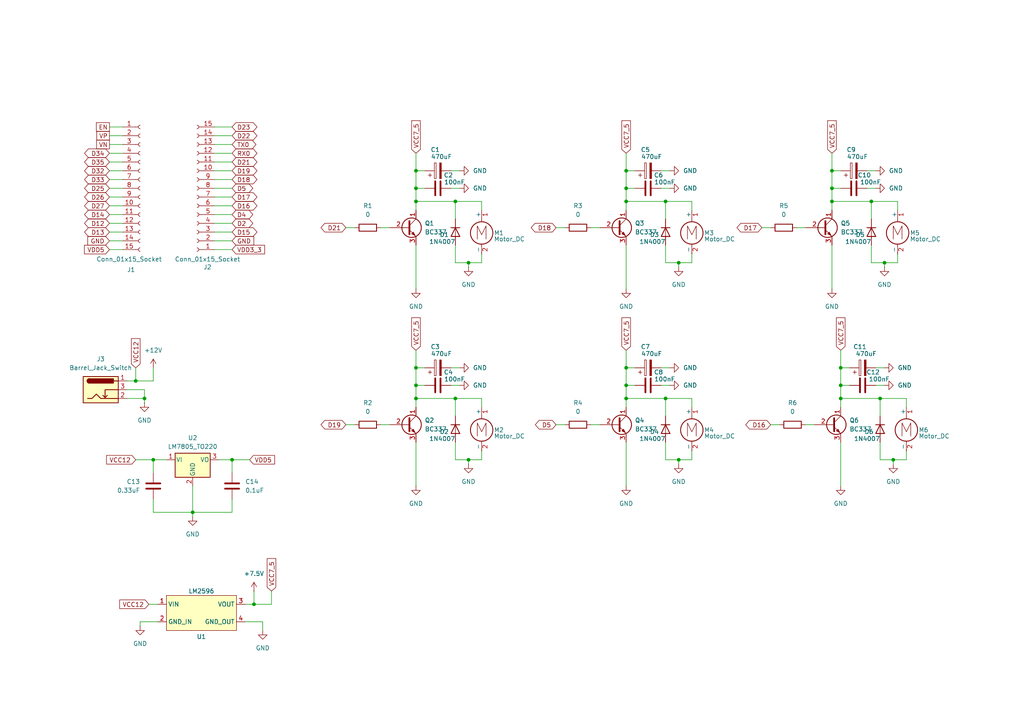
<source format=kicad_sch>
(kicad_sch (version 20231120) (generator "eeschema") (generator_version "8.0")
  (paper "A4")
  (lib_symbols
    (symbol "Connector:Barrel_Jack_Switch" (pin_names hide)
      (property "Reference" "J" (at 0 5.334 0))
      (property "Value" "Barrel_Jack_Switch" (at 0 -5.08 0))
      (symbol "Barrel_Jack_Switch_0_1"
        (rectangle (start -5.08 3.81) (end 5.08 -3.81) (stroke (width 0.254)) (fill (type background)))
        (arc (start -3.302 3.175) (mid -3.9343 2.54) (end -3.302 1.905) (stroke (width 0.254)))
        (arc (start -3.302 3.175) (mid -3.9343 2.54) (end -3.302 1.905) (stroke (width 0.254)) (fill (type outline)))
        (polyline (pts (xy 1.27 -2.286) (xy 1.905 -1.651)) (stroke (width 0.254)))
        (polyline (pts (xy 5.08 2.54) (xy 3.81 2.54)) (stroke (width 0.254)))
        (polyline (pts (xy 5.08 0) (xy 1.27 0) (xy 1.27 -2.286) (xy 0.635 -1.651)) (stroke (width 0.254)))
        (polyline (pts (xy -3.81 -2.54) (xy -2.54 -2.54) (xy -1.27 -1.27) (xy 0 -2.54) (xy 2.54 -2.54) (xy 5.08 -2.54)) (stroke (width 0.254)))
        (rectangle (start 3.683 3.175) (end -3.302 1.905) (stroke (width 0.254)) (fill (type outline)))
      )
      (symbol "Barrel_Jack_Switch_1_1"
        (pin passive line (at 7.62 2.54 180) (length 2.54) (name "~") (number "1"))
        (pin passive line (at 7.62 -2.54 180) (length 2.54) (name "~") (number "2"))
        (pin passive line (at 7.62 0 180) (length 2.54) (name "~") (number "3"))
      )
    )
    (symbol "Connector:Conn_01x15_Socket" (pin_names (offset 1.016) hide)
      (property "Reference" "J" (at 0 20.32 0))
      (property "Value" "Conn_01x15_Socket" (at 0 -20.32 0))
      (symbol "Conn_01x15_Socket_1_1"
        (arc (start 0 -17.272) (mid -0.5058 -17.78) (end 0 -18.288) (stroke (width 0.1524)))
        (arc (start 0 -14.732) (mid -0.5058 -15.24) (end 0 -15.748) (stroke (width 0.1524)))
        (arc (start 0 -12.192) (mid -0.5058 -12.7) (end 0 -13.208) (stroke (width 0.1524)))
        (arc (start 0 -9.652) (mid -0.5058 -10.16) (end 0 -10.668) (stroke (width 0.1524)))
        (arc (start 0 -7.112) (mid -0.5058 -7.62) (end 0 -8.128) (stroke (width 0.1524)))
        (arc (start 0 -4.572) (mid -0.5058 -5.08) (end 0 -5.588) (stroke (width 0.1524)))
        (arc (start 0 -2.032) (mid -0.5058 -2.54) (end 0 -3.048) (stroke (width 0.1524)))
        (polyline (pts (xy -1.27 -17.78) (xy -0.508 -17.78)) (stroke (width 0.1524)))
        (polyline (pts (xy -1.27 -15.24) (xy -0.508 -15.24)) (stroke (width 0.1524)))
        (polyline (pts (xy -1.27 -12.7) (xy -0.508 -12.7)) (stroke (width 0.1524)))
        (polyline (pts (xy -1.27 -10.16) (xy -0.508 -10.16)) (stroke (width 0.1524)))
        (polyline (pts (xy -1.27 -7.62) (xy -0.508 -7.62)) (stroke (width 0.1524)))
        (polyline (pts (xy -1.27 -5.08) (xy -0.508 -5.08)) (stroke (width 0.1524)))
        (polyline (pts (xy -1.27 -2.54) (xy -0.508 -2.54)) (stroke (width 0.1524)))
        (polyline (pts (xy -1.27 0) (xy -0.508 0)) (stroke (width 0.1524)))
        (polyline (pts (xy -1.27 2.54) (xy -0.508 2.54)) (stroke (width 0.1524)))
        (polyline (pts (xy -1.27 5.08) (xy -0.508 5.08)) (stroke (width 0.1524)))
        (polyline (pts (xy -1.27 7.62) (xy -0.508 7.62)) (stroke (width 0.1524)))
        (polyline (pts (xy -1.27 10.16) (xy -0.508 10.16)) (stroke (width 0.1524)))
        (polyline (pts (xy -1.27 12.7) (xy -0.508 12.7)) (stroke (width 0.1524)))
        (polyline (pts (xy -1.27 15.24) (xy -0.508 15.24)) (stroke (width 0.1524)))
        (polyline (pts (xy -1.27 17.78) (xy -0.508 17.78)) (stroke (width 0.1524)))
        (arc (start 0 0.508) (mid -0.5058 0) (end 0 -0.508) (stroke (width 0.1524)))
        (arc (start 0 3.048) (mid -0.5058 2.54) (end 0 2.032) (stroke (width 0.1524)))
        (arc (start 0 5.588) (mid -0.5058 5.08) (end 0 4.572) (stroke (width 0.1524)))
        (arc (start 0 8.128) (mid -0.5058 7.62) (end 0 7.112) (stroke (width 0.1524)))
        (arc (start 0 10.668) (mid -0.5058 10.16) (end 0 9.652) (stroke (width 0.1524)))
        (arc (start 0 13.208) (mid -0.5058 12.7) (end 0 12.192) (stroke (width 0.1524)))
        (arc (start 0 15.748) (mid -0.5058 15.24) (end 0 14.732) (stroke (width 0.1524)))
        (arc (start 0 18.288) (mid -0.5058 17.78) (end 0 17.272) (stroke (width 0.1524)))
        (pin passive line (at -5.08 17.78 0) (length 3.81) (name "Pin_1") (number "1"))
        (pin passive line (at -5.08 -5.08 0) (length 3.81) (name "Pin_10") (number "10"))
        (pin passive line (at -5.08 -7.62 0) (length 3.81) (name "Pin_11") (number "11"))
        (pin passive line (at -5.08 -10.16 0) (length 3.81) (name "Pin_12") (number "12"))
        (pin passive line (at -5.08 -12.7 0) (length 3.81) (name "Pin_13") (number "13"))
        (pin passive line (at -5.08 -15.24 0) (length 3.81) (name "Pin_14") (number "14"))
        (pin passive line (at -5.08 -17.78 0) (length 3.81) (name "Pin_15") (number "15"))
        (pin passive line (at -5.08 15.24 0) (length 3.81) (name "Pin_2") (number "2"))
        (pin passive line (at -5.08 12.7 0) (length 3.81) (name "Pin_3") (number "3"))
        (pin passive line (at -5.08 10.16 0) (length 3.81) (name "Pin_4") (number "4"))
        (pin passive line (at -5.08 7.62 0) (length 3.81) (name "Pin_5") (number "5"))
        (pin passive line (at -5.08 5.08 0) (length 3.81) (name "Pin_6") (number "6"))
        (pin passive line (at -5.08 2.54 0) (length 3.81) (name "Pin_7") (number "7"))
        (pin passive line (at -5.08 0 0) (length 3.81) (name "Pin_8") (number "8"))
        (pin passive line (at -5.08 -2.54 0) (length 3.81) (name "Pin_9") (number "9"))
      )
    )
    (symbol "Device:C" (pin_numbers hide) (pin_names (offset 0.254))
      (property "Reference" "C" (at 0.635 2.54 0))
      (property "Value" "C" (at 0.635 -2.54 0))
      (symbol "C_0_1"
        (polyline (pts (xy -2.032 -0.762) (xy 2.032 -0.762)) (stroke (width 0.508)))
        (polyline (pts (xy -2.032 0.762) (xy 2.032 0.762)) (stroke (width 0.508)))
      )
      (symbol "C_1_1"
        (pin passive line (at 0 3.81 270) (length 2.794) (name "~") (number "1"))
        (pin passive line (at 0 -3.81 90) (length 2.794) (name "~") (number "2"))
      )
    )
    (symbol "Device:C_Polarized" (pin_numbers hide) (pin_names (offset 0.254))
      (property "Reference" "C" (at 0.635 2.54 0))
      (property "Value" "C_Polarized" (at 0.635 -2.54 0))
      (symbol "C_Polarized_0_1"
        (rectangle (start -2.286 0.508) (end 2.286 1.016))
        (polyline (pts (xy -1.778 2.286) (xy -0.762 2.286)))
        (polyline (pts (xy -1.27 2.794) (xy -1.27 1.778)))
        (rectangle (start 2.286 -0.508) (end -2.286 -1.016) (fill (type outline)))
      )
      (symbol "C_Polarized_1_1"
        (pin passive line (at 0 3.81 270) (length 2.794) (name "~") (number "1"))
        (pin passive line (at 0 -3.81 90) (length 2.794) (name "~") (number "2"))
      )
    )
    (symbol "Device:R" (pin_numbers hide) (pin_names (offset 0))
      (property "Reference" "R" (at 2.032 0 90))
      (property "Value" "R" (at 0 0 90))
      (symbol "R_0_1"
        (rectangle (start -1.016 -2.54) (end 1.016 2.54) (stroke (width 0.254)))
      )
      (symbol "R_1_1"
        (pin passive line (at 0 3.81 270) (length 1.27) (name "~") (number "1"))
        (pin passive line (at 0 -3.81 90) (length 1.27) (name "~") (number "2"))
      )
    )
    (symbol "Diode:1N4007" (pin_numbers hide) (pin_names hide)
      (property "Reference" "D" (at 0 2.54 0))
      (property "Value" "1N4007" (at 0 -2.54 0))
      (symbol "1N4007_0_1"
        (polyline (pts (xy -1.27 1.27) (xy -1.27 -1.27)) (stroke (width 0.254)))
        (polyline (pts (xy 1.27 0) (xy -1.27 0)))
        (polyline (pts (xy 1.27 1.27) (xy 1.27 -1.27) (xy -1.27 0) (xy 1.27 1.27)) (stroke (width 0.254)))
      )
      (symbol "1N4007_1_1"
        (pin passive line (at -3.81 0 0) (length 2.54) (name "K") (number "1"))
        (pin passive line (at 3.81 0 180) (length 2.54) (name "A") (number "2"))
      )
    )
    (symbol "Generic:Module_LM2596"
      (property "Reference" "U1" (at 0 8.89 0))
      (property "Value" "LM2596" (at 0 6.35 0))
      (symbol "Module_LM2596_1_1"
        (rectangle (start -10.16 5.08) (end 10.16 -5.08) (fill (type background)))
        (pin input line (at -12.7 2.54 0) (length 2.54) (name "VIN") (number "1"))
        (pin passive line (at -12.7 -2.54 0) (length 2.54) (name "GND_IN") (number "2"))
        (pin output line (at 12.7 2.54 180) (length 2.54) (name "VOUT") (number "3"))
        (pin passive line (at 12.7 -2.54 180) (length 2.54) (name "GND_OUT") (number "4"))
      )
    )
    (symbol "Motor:Motor_DC" (pin_names (offset 0))
      (property "Reference" "M" (at 2.54 2.54 0))
      (property "Value" "Motor_DC" (at 2.54 -5.08 0))
      (symbol "Motor_DC_0_0"
        (polyline (pts (xy -1.27 -3.302) (xy -1.27 0.508) (xy 0 -2.032) (xy 1.27 0.508) (xy 1.27 -3.302)))
      )
      (symbol "Motor_DC_0_1"
        (circle (center 0 -1.524) (radius 3.2512) (stroke (width 0.254)))
        (polyline (pts (xy 0 -7.62) (xy 0 -7.112)))
        (polyline (pts (xy 0 -4.7752) (xy 0 -5.1816)))
        (polyline (pts (xy 0 1.7272) (xy 0 2.0828)))
        (polyline (pts (xy 0 2.032) (xy 0 2.54)))
      )
      (symbol "Motor_DC_1_1"
        (pin passive line (at 0 5.08 270) (length 2.54) (name "+") (number "1"))
        (pin passive line (at 0 -7.62 90) (length 2.54) (name "-") (number "2"))
      )
    )
    (symbol "Regulator_Linear:LM7805_TO220" (pin_names (offset 0.254))
      (property "Reference" "U" (at -3.81 3.175 0))
      (property "Value" "LM7805_TO220" (at 0 3.175 0))
      (symbol "LM7805_TO220_0_1"
        (rectangle (start -5.08 1.905) (end 5.08 -5.08) (stroke (width 0.254)) (fill (type background)))
      )
      (symbol "LM7805_TO220_1_1"
        (pin power_in line (at -7.62 0 0) (length 2.54) (name "VI") (number "1"))
        (pin power_in line (at 0 -7.62 90) (length 2.54) (name "GND") (number "2"))
        (pin power_out line (at 7.62 0 180) (length 2.54) (name "VO") (number "3"))
      )
    )
    (symbol "Transistor_BJT:BC337" (pin_names (offset 0) hide)
      (property "Reference" "Q" (at 5.08 1.905 0))
      (property "Value" "BC337" (at 5.08 0 0))
      (symbol "BC337_0_1"
        (polyline (pts (xy 0 0) (xy 0.635 0)))
        (polyline (pts (xy 0.635 0.635) (xy 2.54 2.54)))
        (polyline (pts (xy 0.635 -0.635) (xy 2.54 -2.54) (xy 2.54 -2.54)))
        (polyline (pts (xy 0.635 1.905) (xy 0.635 -1.905) (xy 0.635 -1.905)) (stroke (width 0.508)))
        (polyline (pts (xy 1.27 -1.778) (xy 1.778 -1.27) (xy 2.286 -2.286) (xy 1.27 -1.778) (xy 1.27 -1.778)) (fill (type outline)))
        (circle (center 1.27 0) (radius 2.8194) (stroke (width 0.254)))
      )
      (symbol "BC337_1_1"
        (pin passive line (at 2.54 5.08 270) (length 2.54) (name "C") (number "1"))
        (pin input line (at -5.08 0 0) (length 5.08) (name "B") (number "2"))
        (pin passive line (at 2.54 -5.08 90) (length 2.54) (name "E") (number "3"))
      )
    )
    (symbol "power:+12V" (power) (pin_numbers hide) (pin_names (offset 0) hide)
      (property "Value" "+12V" (at 0 3.556 0))
      (symbol "+12V_0_1"
        (polyline (pts (xy -0.762 1.27) (xy 0 2.54)))
        (polyline (pts (xy 0 0) (xy 0 2.54)))
        (polyline (pts (xy 0 2.54) (xy 0.762 1.27)))
      )
      (symbol "+12V_1_1"
        (pin power_in line (at 0 0 90) (length 0) (name "~") (number "1"))
      )
    )
    (symbol "power:+7.5V" (power) (pin_numbers hide) (pin_names (offset 0) hide)
      (property "Value" "+7.5V" (at 0 3.556 0))
      (symbol "+7.5V_0_1"
        (polyline (pts (xy -0.762 1.27) (xy 0 2.54)))
        (polyline (pts (xy 0 0) (xy 0 2.54)))
        (polyline (pts (xy 0 2.54) (xy 0.762 1.27)))
      )
      (symbol "+7.5V_1_1"
        (pin power_in line (at 0 0 90) (length 0) (name "~") (number "1"))
      )
    )
    (symbol "power:GND" (power) (pin_numbers hide) (pin_names (offset 0) hide)
      (property "Value" "GND" (at 0 -3.81 0))
      (symbol "GND_0_1"
        (polyline (pts (xy 0 0) (xy 0 -1.27) (xy 1.27 -1.27) (xy 0 -2.54) (xy -1.27 -1.27) (xy 0 -1.27)))
      )
      (symbol "GND_1_1"
        (pin power_in line (at 0 0 270) (length 0) (name "~") (number "1"))
      )
    )
  )
  (junction (at 241.3 54.61))
  (junction (at 181.61 58.42))
  (junction (at 193.04 115.57))
  (junction (at 241.3 49.53))
  (junction (at 256.54 76.2))
  (junction (at 181.61 54.61))
  (junction (at 196.85 133.35))
  (junction (at 243.84 115.57))
  (junction (at 243.84 106.68))
  (junction (at 181.61 115.57))
  (junction (at 181.61 49.53))
  (junction (at 243.84 111.76))
  (junction (at 135.89 76.2))
  (junction (at 120.65 115.57))
  (junction (at 252.73 58.42))
  (junction (at 120.65 54.61))
  (junction (at 41.91 115.57))
  (junction (at 44.45 133.35))
  (junction (at 193.04 58.42))
  (junction (at 259.08 133.35))
  (junction (at 120.65 106.68))
  (junction (at 39.37 110.49))
  (junction (at 255.27 115.57))
  (junction (at 67.31 133.35))
  (junction (at 196.85 76.2))
  (junction (at 120.65 111.76))
  (junction (at 55.88 148.59))
  (junction (at 241.3 58.42))
  (junction (at 120.65 58.42))
  (junction (at 135.89 133.35))
  (junction (at 73.66 175.26))
  (junction (at 132.08 58.42))
  (junction (at 120.65 49.53))
  (junction (at 132.08 115.57))
  (junction (at 181.61 106.68))
  (junction (at 181.61 111.76))
  (wire (pts (xy 31.75 54.61) (xy 35.56 54.61)))
  (wire (pts (xy 62.23 39.37) (xy 67.31 39.37)))
  (wire (pts (xy 135.89 76.2) (xy 139.7 76.2)))
  (wire (pts (xy 181.61 58.42) (xy 181.61 60.96)))
  (wire (pts (xy 139.7 76.2) (xy 139.7 73.66)))
  (wire (pts (xy 241.3 54.61) (xy 243.84 54.61)))
  (wire (pts (xy 191.77 54.61) (xy 194.31 54.61)))
  (wire (pts (xy 67.31 133.35) (xy 63.5 133.35)))
  (wire (pts (xy 62.23 67.31) (xy 67.31 67.31)))
  (wire (pts (xy 193.04 120.65) (xy 193.04 115.57)))
  (wire (pts (xy 255.27 133.35) (xy 259.08 133.35)))
  (wire (pts (xy 135.89 133.35) (xy 135.89 134.62)))
  (wire (pts (xy 120.65 58.42) (xy 132.08 58.42)))
  (wire (pts (xy 31.75 44.45) (xy 35.56 44.45)))
  (wire (pts (xy 120.65 111.76) (xy 120.65 115.57)))
  (wire (pts (xy 262.89 115.57) (xy 255.27 115.57)))
  (wire (pts (xy 200.66 115.57) (xy 193.04 115.57)))
  (wire (pts (xy 73.66 171.45) (xy 73.66 175.26)))
  (wire (pts (xy 76.2 182.88) (xy 76.2 180.34)))
  (wire (pts (xy 110.49 123.19) (xy 113.03 123.19)))
  (wire (pts (xy 78.74 171.45) (xy 78.74 175.26)))
  (wire (pts (xy 120.65 106.68) (xy 123.19 106.68)))
  (wire (pts (xy 44.45 144.78) (xy 44.45 148.59)))
  (wire (pts (xy 254 106.68) (xy 256.54 106.68)))
  (wire (pts (xy 233.68 123.19) (xy 236.22 123.19)))
  (wire (pts (xy 191.77 111.76) (xy 194.31 111.76)))
  (wire (pts (xy 193.04 128.27) (xy 193.04 133.35)))
  (wire (pts (xy 181.61 111.76) (xy 184.15 111.76)))
  (wire (pts (xy 241.3 49.53) (xy 241.3 54.61)))
  (wire (pts (xy 196.85 76.2) (xy 200.66 76.2)))
  (wire (pts (xy 262.89 130.81) (xy 262.89 133.35)))
  (wire (pts (xy 231.14 66.04) (xy 233.68 66.04)))
  (wire (pts (xy 31.75 59.69) (xy 35.56 59.69)))
  (wire (pts (xy 241.3 44.45) (xy 241.3 49.53)))
  (wire (pts (xy 31.75 46.99) (xy 35.56 46.99)))
  (wire (pts (xy 55.88 149.86) (xy 55.88 148.59)))
  (wire (pts (xy 196.85 76.2) (xy 196.85 77.47)))
  (wire (pts (xy 120.65 71.12) (xy 120.65 83.82)))
  (wire (pts (xy 120.65 49.53) (xy 123.19 49.53)))
  (wire (pts (xy 100.33 66.04) (xy 102.87 66.04)))
  (wire (pts (xy 132.08 76.2) (xy 135.89 76.2)))
  (wire (pts (xy 62.23 44.45) (xy 67.31 44.45)))
  (wire (pts (xy 62.23 36.83) (xy 67.31 36.83)))
  (wire (pts (xy 200.66 76.2) (xy 200.66 73.66)))
  (wire (pts (xy 132.08 120.65) (xy 132.08 115.57)))
  (wire (pts (xy 67.31 137.16) (xy 67.31 133.35)))
  (wire (pts (xy 193.04 133.35) (xy 196.85 133.35)))
  (wire (pts (xy 243.84 106.68) (xy 243.84 111.76)))
  (wire (pts (xy 181.61 58.42) (xy 193.04 58.42)))
  (wire (pts (xy 262.89 115.57) (xy 262.89 118.11)))
  (wire (pts (xy 259.08 133.35) (xy 259.08 134.62)))
  (wire (pts (xy 243.84 115.57) (xy 243.84 118.11)))
  (wire (pts (xy 130.81 111.76) (xy 133.35 111.76)))
  (wire (pts (xy 193.04 63.5) (xy 193.04 58.42)))
  (wire (pts (xy 36.83 110.49) (xy 39.37 110.49)))
  (wire (pts (xy 120.65 58.42) (xy 120.65 60.96)))
  (wire (pts (xy 135.89 133.35) (xy 139.7 133.35)))
  (wire (pts (xy 120.65 106.68) (xy 120.65 111.76)))
  (wire (pts (xy 62.23 41.91) (xy 67.31 41.91)))
  (wire (pts (xy 62.23 52.07) (xy 67.31 52.07)))
  (wire (pts (xy 40.64 180.34) (xy 45.72 180.34)))
  (wire (pts (xy 139.7 115.57) (xy 132.08 115.57)))
  (wire (pts (xy 256.54 76.2) (xy 260.35 76.2)))
  (wire (pts (xy 259.08 133.35) (xy 262.89 133.35)))
  (wire (pts (xy 181.61 49.53) (xy 181.61 54.61)))
  (wire (pts (xy 251.46 54.61) (xy 254 54.61)))
  (wire (pts (xy 130.81 106.68) (xy 133.35 106.68)))
  (wire (pts (xy 181.61 54.61) (xy 181.61 58.42)))
  (wire (pts (xy 44.45 133.35) (xy 48.26 133.35)))
  (wire (pts (xy 120.65 49.53) (xy 120.65 54.61)))
  (wire (pts (xy 241.3 58.42) (xy 241.3 60.96)))
  (wire (pts (xy 161.29 66.04) (xy 163.83 66.04)))
  (wire (pts (xy 181.61 111.76) (xy 181.61 115.57)))
  (wire (pts (xy 181.61 106.68) (xy 184.15 106.68)))
  (wire (pts (xy 260.35 58.42) (xy 252.73 58.42)))
  (wire (pts (xy 132.08 133.35) (xy 135.89 133.35)))
  (wire (pts (xy 31.75 57.15) (xy 35.56 57.15)))
  (wire (pts (xy 36.83 115.57) (xy 41.91 115.57)))
  (wire (pts (xy 135.89 76.2) (xy 135.89 77.47)))
  (wire (pts (xy 55.88 148.59) (xy 55.88 140.97)))
  (wire (pts (xy 181.61 106.68) (xy 181.61 111.76)))
  (wire (pts (xy 44.45 137.16) (xy 44.45 133.35)))
  (wire (pts (xy 243.84 111.76) (xy 246.38 111.76)))
  (wire (pts (xy 220.98 66.04) (xy 223.52 66.04)))
  (wire (pts (xy 62.23 49.53) (xy 67.31 49.53)))
  (wire (pts (xy 39.37 106.68) (xy 39.37 110.49)))
  (wire (pts (xy 120.65 54.61) (xy 120.65 58.42)))
  (wire (pts (xy 171.45 123.19) (xy 173.99 123.19)))
  (wire (pts (xy 243.84 111.76) (xy 243.84 115.57)))
  (wire (pts (xy 31.75 39.37) (xy 35.56 39.37)))
  (wire (pts (xy 255.27 128.27) (xy 255.27 133.35)))
  (wire (pts (xy 31.75 49.53) (xy 35.56 49.53)))
  (wire (pts (xy 252.73 76.2) (xy 256.54 76.2)))
  (wire (pts (xy 130.81 49.53) (xy 133.35 49.53)))
  (wire (pts (xy 31.75 72.39) (xy 35.56 72.39)))
  (wire (pts (xy 193.04 76.2) (xy 196.85 76.2)))
  (wire (pts (xy 171.45 66.04) (xy 173.99 66.04)))
  (wire (pts (xy 130.81 54.61) (xy 133.35 54.61)))
  (wire (pts (xy 62.23 64.77) (xy 67.31 64.77)))
  (wire (pts (xy 39.37 110.49) (xy 44.45 110.49)))
  (wire (pts (xy 132.08 128.27) (xy 132.08 133.35)))
  (wire (pts (xy 41.91 115.57) (xy 41.91 116.84)))
  (wire (pts (xy 200.66 60.96) (xy 200.66 58.42)))
  (wire (pts (xy 31.75 41.91) (xy 35.56 41.91)))
  (wire (pts (xy 120.65 44.45) (xy 120.65 49.53)))
  (wire (pts (xy 62.23 54.61) (xy 67.31 54.61)))
  (wire (pts (xy 181.61 49.53) (xy 184.15 49.53)))
  (wire (pts (xy 43.18 175.26) (xy 45.72 175.26)))
  (wire (pts (xy 200.66 58.42) (xy 193.04 58.42)))
  (wire (pts (xy 31.75 62.23) (xy 35.56 62.23)))
  (wire (pts (xy 67.31 133.35) (xy 72.39 133.35)))
  (wire (pts (xy 62.23 72.39) (xy 67.31 72.39)))
  (wire (pts (xy 241.3 54.61) (xy 241.3 58.42)))
  (wire (pts (xy 31.75 67.31) (xy 35.56 67.31)))
  (wire (pts (xy 223.52 123.19) (xy 226.06 123.19)))
  (wire (pts (xy 191.77 106.68) (xy 194.31 106.68)))
  (wire (pts (xy 120.65 101.6) (xy 120.65 106.68)))
  (wire (pts (xy 196.85 133.35) (xy 200.66 133.35)))
  (wire (pts (xy 100.33 123.19) (xy 102.87 123.19)))
  (wire (pts (xy 191.77 49.53) (xy 194.31 49.53)))
  (wire (pts (xy 40.64 181.61) (xy 40.64 180.34)))
  (wire (pts (xy 120.65 54.61) (xy 123.19 54.61)))
  (wire (pts (xy 260.35 73.66) (xy 260.35 76.2)))
  (wire (pts (xy 181.61 128.27) (xy 181.61 140.97)))
  (wire (pts (xy 181.61 101.6) (xy 181.61 106.68)))
  (wire (pts (xy 255.27 120.65) (xy 255.27 115.57)))
  (wire (pts (xy 78.74 175.26) (xy 73.66 175.26)))
  (wire (pts (xy 39.37 133.35) (xy 44.45 133.35)))
  (wire (pts (xy 251.46 49.53) (xy 254 49.53)))
  (wire (pts (xy 200.66 133.35) (xy 200.66 130.81)))
  (wire (pts (xy 243.84 106.68) (xy 246.38 106.68)))
  (wire (pts (xy 181.61 54.61) (xy 184.15 54.61)))
  (wire (pts (xy 252.73 71.12) (xy 252.73 76.2)))
  (wire (pts (xy 62.23 59.69) (xy 67.31 59.69)))
  (wire (pts (xy 41.91 113.03) (xy 41.91 115.57)))
  (wire (pts (xy 260.35 58.42) (xy 260.35 60.96)))
  (wire (pts (xy 132.08 63.5) (xy 132.08 58.42)))
  (wire (pts (xy 241.3 49.53) (xy 243.84 49.53)))
  (wire (pts (xy 120.65 115.57) (xy 120.65 118.11)))
  (wire (pts (xy 139.7 133.35) (xy 139.7 130.81)))
  (wire (pts (xy 44.45 148.59) (xy 55.88 148.59)))
  (wire (pts (xy 36.83 113.03) (xy 41.91 113.03)))
  (wire (pts (xy 161.29 123.19) (xy 163.83 123.19)))
  (wire (pts (xy 139.7 60.96) (xy 139.7 58.42)))
  (wire (pts (xy 181.61 115.57) (xy 193.04 115.57)))
  (wire (pts (xy 241.3 58.42) (xy 252.73 58.42)))
  (wire (pts (xy 120.65 128.27) (xy 120.65 140.97)))
  (wire (pts (xy 62.23 69.85) (xy 67.31 69.85)))
  (wire (pts (xy 31.75 69.85) (xy 35.56 69.85)))
  (wire (pts (xy 62.23 62.23) (xy 67.31 62.23)))
  (wire (pts (xy 62.23 46.99) (xy 67.31 46.99)))
  (wire (pts (xy 73.66 175.26) (xy 71.12 175.26)))
  (wire (pts (xy 256.54 76.2) (xy 256.54 77.47)))
  (wire (pts (xy 139.7 58.42) (xy 132.08 58.42)))
  (wire (pts (xy 243.84 115.57) (xy 255.27 115.57)))
  (wire (pts (xy 120.65 115.57) (xy 132.08 115.57)))
  (wire (pts (xy 31.75 52.07) (xy 35.56 52.07)))
  (wire (pts (xy 181.61 44.45) (xy 181.61 49.53)))
  (wire (pts (xy 132.08 71.12) (xy 132.08 76.2)))
  (wire (pts (xy 196.85 133.35) (xy 196.85 134.62)))
  (wire (pts (xy 181.61 115.57) (xy 181.61 118.11)))
  (wire (pts (xy 110.49 66.04) (xy 113.03 66.04)))
  (wire (pts (xy 243.84 101.6) (xy 243.84 106.68)))
  (wire (pts (xy 193.04 71.12) (xy 193.04 76.2)))
  (wire (pts (xy 67.31 144.78) (xy 67.31 148.59)))
  (wire (pts (xy 139.7 118.11) (xy 139.7 115.57)))
  (wire (pts (xy 76.2 180.34) (xy 71.12 180.34)))
  (wire (pts (xy 200.66 118.11) (xy 200.66 115.57)))
  (wire (pts (xy 243.84 128.27) (xy 243.84 140.97)))
  (wire (pts (xy 31.75 36.83) (xy 35.56 36.83)))
  (wire (pts (xy 44.45 106.68) (xy 44.45 110.49)))
  (wire (pts (xy 31.75 64.77) (xy 35.56 64.77)))
  (wire (pts (xy 67.31 148.59) (xy 55.88 148.59)))
  (wire (pts (xy 181.61 71.12) (xy 181.61 83.82)))
  (wire (pts (xy 120.65 111.76) (xy 123.19 111.76)))
  (wire (pts (xy 252.73 63.5) (xy 252.73 58.42)))
  (wire (pts (xy 62.23 57.15) (xy 67.31 57.15)))
  (wire (pts (xy 254 111.76) (xy 256.54 111.76)))
  (wire (pts (xy 241.3 71.12) (xy 241.3 83.82)))
  (global_label "D13" (shape bidirectional) (at 31.75 67.31 180) (property "Intersheetrefs" "${INTERSHEET_REFS}" (effects (hide yes))))
  (global_label "VCC7_5" (shape input) (at 120.65 101.6 90) (property "Intersheetrefs" "${INTERSHEET_REFS}" (effects (hide yes))))
  (global_label "VCC12" (shape input) (at 43.18 175.26 180) (property "Intersheetrefs" "${INTERSHEET_REFS}" (effects (hide yes))))
  (global_label "D18" (shape bidirectional) (at 67.31 52.07 0) (property "Intersheetrefs" "${INTERSHEET_REFS}" (effects (hide yes))))
  (global_label "VCC7_5" (shape input) (at 241.3 44.45 90) (property "Intersheetrefs" "${INTERSHEET_REFS}" (effects (hide yes))))
  (global_label "VP" (shape passive) (at 31.75 39.37 180) (property "Intersheetrefs" "${INTERSHEET_REFS}" (effects (hide yes))))
  (global_label "D12" (shape bidirectional) (at 31.75 64.77 180) (property "Intersheetrefs" "${INTERSHEET_REFS}" (effects (hide yes))))
  (global_label "D19" (shape bidirectional) (at 67.31 49.53 0) (property "Intersheetrefs" "${INTERSHEET_REFS}" (effects (hide yes))))
  (global_label "VCC7_5" (shape input) (at 243.84 101.6 90) (property "Intersheetrefs" "${INTERSHEET_REFS}" (effects (hide yes))))
  (global_label "D33" (shape bidirectional) (at 31.75 52.07 180) (property "Intersheetrefs" "${INTERSHEET_REFS}" (effects (hide yes))))
  (global_label "VCC12" (shape input) (at 39.37 106.68 90) (property "Intersheetrefs" "${INTERSHEET_REFS}" (effects (hide yes))))
  (global_label "D34" (shape bidirectional) (at 31.75 44.45 180) (property "Intersheetrefs" "${INTERSHEET_REFS}" (effects (hide yes))))
  (global_label "RX0" (shape bidirectional) (at 67.31 44.45 0) (property "Intersheetrefs" "${INTERSHEET_REFS}" (effects (hide yes))))
  (global_label "VDD3_3" (shape input) (at 67.31 72.39 0) (property "Intersheetrefs" "${INTERSHEET_REFS}" (effects (hide yes))))
  (global_label "D25" (shape bidirectional) (at 31.75 54.61 180) (property "Intersheetrefs" "${INTERSHEET_REFS}" (effects (hide yes))))
  (global_label "GND" (shape input) (at 31.75 69.85 180) (property "Intersheetrefs" "${INTERSHEET_REFS}" (effects (hide yes))))
  (global_label "VCC12" (shape input) (at 39.37 133.35 180) (property "Intersheetrefs" "${INTERSHEET_REFS}" (effects (hide yes))))
  (global_label "VDD5" (shape input) (at 72.39 133.35 0) (property "Intersheetrefs" "${INTERSHEET_REFS}" (effects (hide yes))))
  (global_label "VCC7_5" (shape input) (at 120.65 44.45 90) (property "Intersheetrefs" "${INTERSHEET_REFS}" (effects (hide yes))))
  (global_label "GND" (shape input) (at 67.31 69.85 0) (property "Intersheetrefs" "${INTERSHEET_REFS}" (effects (hide yes))))
  (global_label "D17" (shape bidirectional) (at 220.98 66.04 180) (property "Intersheetrefs" "${INTERSHEET_REFS}" (effects (hide yes))))
  (global_label "D27" (shape bidirectional) (at 31.75 59.69 180) (property "Intersheetrefs" "${INTERSHEET_REFS}" (effects (hide yes))))
  (global_label "D21" (shape bidirectional) (at 100.33 66.04 180) (property "Intersheetrefs" "${INTERSHEET_REFS}" (effects (hide yes))))
  (global_label "D17" (shape bidirectional) (at 67.31 57.15 0) (property "Intersheetrefs" "${INTERSHEET_REFS}" (effects (hide yes))))
  (global_label "D23" (shape bidirectional) (at 67.31 36.83 0) (property "Intersheetrefs" "${INTERSHEET_REFS}" (effects (hide yes))))
  (global_label "D15" (shape bidirectional) (at 67.31 67.31 0) (property "Intersheetrefs" "${INTERSHEET_REFS}" (effects (hide yes))))
  (global_label "D26" (shape bidirectional) (at 31.75 57.15 180) (property "Intersheetrefs" "${INTERSHEET_REFS}" (effects (hide yes))))
  (global_label "VDD5" (shape input) (at 31.75 72.39 180) (property "Intersheetrefs" "${INTERSHEET_REFS}" (effects (hide yes))))
  (global_label "VCC7_5" (shape input) (at 181.61 44.45 90) (property "Intersheetrefs" "${INTERSHEET_REFS}" (effects (hide yes))))
  (global_label "D14" (shape bidirectional) (at 31.75 62.23 180) (property "Intersheetrefs" "${INTERSHEET_REFS}" (effects (hide yes))))
  (global_label "VCC7_5" (shape input) (at 181.61 101.6 90) (property "Intersheetrefs" "${INTERSHEET_REFS}" (effects (hide yes))))
  (global_label "D35" (shape bidirectional) (at 31.75 46.99 180) (property "Intersheetrefs" "${INTERSHEET_REFS}" (effects (hide yes))))
  (global_label "D16" (shape bidirectional) (at 67.31 59.69 0) (property "Intersheetrefs" "${INTERSHEET_REFS}" (effects (hide yes))))
  (global_label "D2" (shape bidirectional) (at 67.31 64.77 0) (property "Intersheetrefs" "${INTERSHEET_REFS}" (effects (hide yes))))
  (global_label "TX0" (shape bidirectional) (at 67.31 41.91 0) (property "Intersheetrefs" "${INTERSHEET_REFS}" (effects (hide yes))))
  (global_label "D16" (shape bidirectional) (at 223.52 123.19 180) (property "Intersheetrefs" "${INTERSHEET_REFS}" (effects (hide yes))))
  (global_label "D18" (shape bidirectional) (at 161.29 66.04 180) (property "Intersheetrefs" "${INTERSHEET_REFS}" (effects (hide yes))))
  (global_label "EN" (shape passive) (at 31.75 36.83 180) (property "Intersheetrefs" "${INTERSHEET_REFS}" (effects (hide yes))))
  (global_label "D4" (shape bidirectional) (at 67.31 62.23 0) (property "Intersheetrefs" "${INTERSHEET_REFS}" (effects (hide yes))))
  (global_label "VCC7_5" (shape input) (at 78.74 171.45 90) (property "Intersheetrefs" "${INTERSHEET_REFS}" (effects (hide yes))))
  (global_label "D22" (shape bidirectional) (at 67.31 39.37 0) (property "Intersheetrefs" "${INTERSHEET_REFS}" (effects (hide yes))))
  (global_label "D19" (shape bidirectional) (at 100.33 123.19 180) (property "Intersheetrefs" "${INTERSHEET_REFS}" (effects (hide yes))))
  (global_label "D32" (shape bidirectional) (at 31.75 49.53 180) (property "Intersheetrefs" "${INTERSHEET_REFS}" (effects (hide yes))))
  (global_label "D5" (shape bidirectional) (at 161.29 123.19 180) (property "Intersheetrefs" "${INTERSHEET_REFS}" (effects (hide yes))))
  (global_label "VN" (shape passive) (at 31.75 41.91 180) (property "Intersheetrefs" "${INTERSHEET_REFS}" (effects (hide yes))))
  (global_label "D21" (shape bidirectional) (at 67.31 46.99 0) (property "Intersheetrefs" "${INTERSHEET_REFS}" (effects (hide yes))))
  (global_label "D5" (shape bidirectional) (at 67.31 54.61 0) (property "Intersheetrefs" "${INTERSHEET_REFS}" (effects (hide yes))))
  (symbol (lib_id "power:GND") (at 256.54 111.76 90) (unit 1)
    (property "Reference" "#PWR23" (effects (hide yes)))
    (property "Value" "GND" (at 260.35 111.7599 90) (effects (justify right)))
    (property "Description" "Power symbol creates a global label with name \"GND\" , ground" (effects (hide yes)))
  )
  (symbol (lib_id "Diode:1N4007") (at 132.08 67.31 270) (unit 1)
    (property "Reference" "D1" (at 127.508 68.072 90) (effects (justify left)))
    (property "Value" "1N4007" (at 124.46 70.104 90) (effects (justify left)))
    (property "Footprint" "Diode_THT:D_DO-41_SOD81_P10.16mm_Horizontal" (effects (hide yes)))
    (property "Datasheet" "http://www.vishay.com/docs/88503/1n4001.pdf" (effects (hide yes)))
    (property "Description" "1000V 1A General Purpose Rectifier Diode, DO-41" (effects (hide yes)))
    (property "Sim.Device" "D" (effects (hide yes)))
    (property "Sim.Pins" "1=K 2=A" (effects (hide yes)))
  )
  (symbol (lib_id "power:+12V") (at 44.45 106.68 0) (unit 1)
    (property "Reference" "#PWR28" (effects (hide yes)))
    (property "Value" "+12V" (at 44.45 101.6 0))
    (property "Description" "Power symbol creates a global label with name \"+12V\"" (effects (hide yes)))
  )
  (symbol (lib_id "Device:C_Polarized") (at 187.96 49.53 90) (unit 1)
    (property "Reference" "C5" (at 187.198 43.434 90))
    (property "Value" "470uF" (at 188.976 45.466 90))
    (property "Footprint" "470u:CAPPRD500W60D1050H1750" (effects (hide yes)))
    (property "Description" "Polarized capacitor" (effects (hide yes)))
  )
  (symbol (lib_id "power:GND") (at 254 54.61 90) (unit 1)
    (property "Reference" "#PWR19" (effects (hide yes)))
    (property "Value" "GND" (at 257.81 54.6099 90) (effects (justify right)))
    (property "Description" "Power symbol creates a global label with name \"GND\" , ground" (effects (hide yes)))
  )
  (symbol (lib_id "power:GND") (at 243.84 140.97 0) (unit 1)
    (property "Reference" "#PWR21" (effects (hide yes)))
    (property "Value" "GND" (at 243.84 146.05 0))
    (property "Description" "Power symbol creates a global label with name \"GND\" , ground" (effects (hide yes)))
  )
  (symbol (lib_id "power:GND") (at 76.2 182.88 0) (unit 1)
    (property "Reference" "#PWR26" (effects (hide yes)))
    (property "Value" "GND" (at 76.2 187.96 0))
    (property "Description" "Power symbol creates a global label with name \"GND\" , ground" (effects (hide yes)))
  )
  (symbol (lib_id "Transistor_BJT:BC337") (at 179.07 66.04 0) (unit 1)
    (property "Reference" "Q3" (at 184.15 64.7699 0) (effects (justify left)))
    (property "Value" "BC337" (at 184.15 67.3099 0) (effects (justify left)))
    (property "Footprint" "bc337:BC33716TA" (effects (hide yes)))
    (property "Datasheet" "https://diotec.com/tl_files/diotec/files/pdf/datasheets/bc337.pdf" (effects (hide yes)))
    (property "Description" "0.8A Ic, 45V Vce, NPN Transistor, TO-92" (effects (hide yes)))
  )
  (symbol (lib_id "Connector:Conn_01x15_Socket") (at 57.15 54.61 180) (unit 1)
    (property "Reference" "J2" (at 60.198 77.47 0))
    (property "Value" "Conn_01x15_Socket" (at 60.198 75.184 0))
    (property "Footprint" "Connector_PinSocket_2.54mm:PinSocket_1x15_P2.54mm_Vertical" (effects (hide yes)))
    (property "Description" "Generic connector, single row, 01x15, script generated" (effects (hide yes)))
  )
  (symbol (lib_id "power:GND") (at 194.31 54.61 90) (unit 1)
    (property "Reference" "#PWR7" (effects (hide yes)))
    (property "Value" "GND" (at 198.12 54.6099 90) (effects (justify right)))
    (property "Description" "Power symbol creates a global label with name \"GND\" , ground" (effects (hide yes)))
  )
  (symbol (lib_id "power:GND") (at 196.85 77.47 0) (unit 1)
    (property "Reference" "#PWR8" (effects (hide yes)))
    (property "Value" "GND" (at 196.85 82.55 0))
    (property "Description" "Power symbol creates a global label with name \"GND\" , ground" (effects (hide yes)))
  )
  (symbol (lib_id "Diode:1N4007") (at 132.08 124.46 270) (unit 1)
    (property "Reference" "D2" (at 127.508 125.222 90) (effects (justify left)))
    (property "Value" "1N4007" (at 124.46 127.254 90) (effects (justify left)))
    (property "Footprint" "Diode_THT:D_DO-41_SOD81_P10.16mm_Horizontal" (effects (hide yes)))
    (property "Datasheet" "http://www.vishay.com/docs/88503/1n4001.pdf" (effects (hide yes)))
    (property "Description" "1000V 1A General Purpose Rectifier Diode, DO-41" (effects (hide yes)))
    (property "Sim.Device" "D" (effects (hide yes)))
    (property "Sim.Pins" "1=K 2=A" (effects (hide yes)))
  )
  (symbol (lib_id "Device:C_Polarized") (at 187.96 106.68 90) (unit 1)
    (property "Reference" "C7" (at 187.198 100.584 90))
    (property "Value" "470uF" (at 188.976 102.616 90))
    (property "Footprint" "470u:CAPPRD500W60D1050H1750" (effects (hide yes)))
    (property "Description" "Polarized capacitor" (effects (hide yes)))
  )
  (symbol (lib_id "power:GND") (at 196.85 134.62 0) (unit 1)
    (property "Reference" "#PWR16" (effects (hide yes)))
    (property "Value" "GND" (at 196.85 139.7 0))
    (property "Description" "Power symbol creates a global label with name \"GND\" , ground" (effects (hide yes)))
  )
  (symbol (lib_id "Connector:Barrel_Jack_Switch") (at 29.21 113.03 0) (unit 1)
    (property "Reference" "J3" (at 29.21 104.14 0))
    (property "Value" "Barrel_Jack_Switch" (at 29.21 106.68 0))
    (property "Footprint" "barreljack:BarrelJack_Horizontal" (effects (hide yes)))
    (property "Description" "DC Barrel Jack with an internal switch" (effects (hide yes)))
  )
  (symbol (lib_id "Device:R") (at 106.68 123.19 90) (unit 1)
    (property "Reference" "R2" (at 106.68 116.84 90))
    (property "Value" "0" (at 106.68 119.38 90))
    (property "Footprint" "Resistor_THT:R_Axial_DIN0617_L17.0mm_D6.0mm_P25.40mm_Horizontal" (effects (hide yes)))
    (property "Description" "Resistor" (effects (hide yes)))
  )
  (symbol (lib_id "power:GND") (at 120.65 83.82 0) (unit 1)
    (property "Reference" "#PWR1" (effects (hide yes)))
    (property "Value" "GND" (at 120.65 88.9 0))
    (property "Description" "Power symbol creates a global label with name \"GND\" , ground" (effects (hide yes)))
  )
  (symbol (lib_id "Motor:Motor_DC") (at 260.35 66.04 0) (unit 1)
    (property "Reference" "M5" (at 263.906 67.564 0) (effects (justify left)))
    (property "Value" "Motor_DC" (at 263.906 69.342 0) (effects (justify left)))
    (property "Footprint" "Connector_JST:JST_XH_B2B-XH-AM_1x02_P2.50mm_Vertical" (effects (hide yes)))
    (property "Description" "DC Motor" (effects (hide yes)))
  )
  (symbol (lib_id "Device:R") (at 229.87 123.19 90) (unit 1)
    (property "Reference" "R6" (at 229.87 116.84 90))
    (property "Value" "0" (at 229.87 119.38 90))
    (property "Footprint" "Resistor_THT:R_Axial_DIN0617_L17.0mm_D6.0mm_P25.40mm_Horizontal" (effects (hide yes)))
    (property "Description" "Resistor" (effects (hide yes)))
  )
  (symbol (lib_id "Diode:1N4007") (at 193.04 67.31 270) (unit 1)
    (property "Reference" "D3" (at 188.468 68.072 90) (effects (justify left)))
    (property "Value" "1N4007" (at 185.42 70.104 90) (effects (justify left)))
    (property "Footprint" "Diode_THT:D_DO-41_SOD81_P10.16mm_Horizontal" (effects (hide yes)))
    (property "Datasheet" "http://www.vishay.com/docs/88503/1n4001.pdf" (effects (hide yes)))
    (property "Description" "1000V 1A General Purpose Rectifier Diode, DO-41" (effects (hide yes)))
    (property "Sim.Device" "D" (effects (hide yes)))
    (property "Sim.Pins" "1=K 2=A" (effects (hide yes)))
  )
  (symbol (lib_id "power:GND") (at 194.31 49.53 90) (unit 1)
    (property "Reference" "#PWR6" (effects (hide yes)))
    (property "Value" "GND" (at 198.12 49.5299 90) (effects (justify right)))
    (property "Description" "Power symbol creates a global label with name \"GND\" , ground" (effects (hide yes)))
  )
  (symbol (lib_id "Device:C_Polarized") (at 127 106.68 90) (unit 1)
    (property "Reference" "C3" (at 126.238 100.584 90))
    (property "Value" "470uF" (at 128.016 102.616 90))
    (property "Footprint" "470u:CAPPRD500W60D1050H1750" (effects (hide yes)))
    (property "Description" "Polarized capacitor" (effects (hide yes)))
  )
  (symbol (lib_id "Diode:1N4007") (at 252.73 67.31 270) (unit 1)
    (property "Reference" "D5" (at 248.158 68.072 90) (effects (justify left)))
    (property "Value" "1N4007" (at 245.11 70.104 90) (effects (justify left)))
    (property "Footprint" "Diode_THT:D_DO-41_SOD81_P10.16mm_Horizontal" (effects (hide yes)))
    (property "Datasheet" "http://www.vishay.com/docs/88503/1n4001.pdf" (effects (hide yes)))
    (property "Description" "1000V 1A General Purpose Rectifier Diode, DO-41" (effects (hide yes)))
    (property "Sim.Device" "D" (effects (hide yes)))
    (property "Sim.Pins" "1=K 2=A" (effects (hide yes)))
  )
  (symbol (lib_id "power:GND") (at 135.89 134.62 0) (unit 1)
    (property "Reference" "#PWR12" (effects (hide yes)))
    (property "Value" "GND" (at 135.89 139.7 0))
    (property "Description" "Power symbol creates a global label with name \"GND\" , ground" (effects (hide yes)))
  )
  (symbol (lib_id "power:GND") (at 181.61 83.82 0) (unit 1)
    (property "Reference" "#PWR5" (effects (hide yes)))
    (property "Value" "GND" (at 181.61 88.9 0))
    (property "Description" "Power symbol creates a global label with name \"GND\" , ground" (effects (hide yes)))
  )
  (symbol (lib_id "Motor:Motor_DC") (at 139.7 123.19 0) (unit 1)
    (property "Reference" "M2" (at 143.256 124.714 0) (effects (justify left)))
    (property "Value" "Motor_DC" (at 143.256 126.492 0) (effects (justify left)))
    (property "Footprint" "Connector_JST:JST_XH_B2B-XH-AM_1x02_P2.50mm_Vertical" (effects (hide yes)))
    (property "Description" "DC Motor" (effects (hide yes)))
  )
  (symbol (lib_id "power:+7.5V") (at 73.66 171.45 0) (unit 1)
    (property "Reference" "#PWR27" (effects (hide yes)))
    (property "Value" "+7.5V" (at 73.66 166.37 0))
    (property "Description" "Power symbol creates a global label with name \"+7.5V\"" (effects (hide yes)))
  )
  (symbol (lib_id "power:GND") (at 120.65 140.97 0) (unit 1)
    (property "Reference" "#PWR9" (effects (hide yes)))
    (property "Value" "GND" (at 120.65 146.05 0))
    (property "Description" "Power symbol creates a global label with name \"GND\" , ground" (effects (hide yes)))
  )
  (symbol (lib_id "power:GND") (at 241.3 83.82 0) (unit 1)
    (property "Reference" "#PWR17" (effects (hide yes)))
    (property "Value" "GND" (at 241.3 88.9 0))
    (property "Description" "Power symbol creates a global label with name \"GND\" , ground" (effects (hide yes)))
  )
  (symbol (lib_id "Transistor_BJT:BC337") (at 238.76 66.04 0) (unit 1)
    (property "Reference" "Q5" (at 243.84 64.7699 0) (effects (justify left)))
    (property "Value" "BC337" (at 243.84 67.3099 0) (effects (justify left)))
    (property "Footprint" "bc337:BC33716TA" (effects (hide yes)))
    (property "Datasheet" "https://diotec.com/tl_files/diotec/files/pdf/datasheets/bc337.pdf" (effects (hide yes)))
    (property "Description" "0.8A Ic, 45V Vce, NPN Transistor, TO-92" (effects (hide yes)))
  )
  (symbol (lib_id "power:GND") (at 133.35 49.53 90) (unit 1)
    (property "Reference" "#PWR3" (effects (hide yes)))
    (property "Value" "GND" (at 137.16 49.5299 90) (effects (justify right)))
    (property "Description" "Power symbol creates a global label with name \"GND\" , ground" (effects (hide yes)))
  )
  (symbol (lib_id "power:GND") (at 259.08 134.62 0) (unit 1)
    (property "Reference" "#PWR24" (effects (hide yes)))
    (property "Value" "GND" (at 259.08 139.7 0))
    (property "Description" "Power symbol creates a global label with name \"GND\" , ground" (effects (hide yes)))
  )
  (symbol (lib_id "power:GND") (at 256.54 106.68 90) (unit 1)
    (property "Reference" "#PWR22" (effects (hide yes)))
    (property "Value" "GND" (at 260.35 106.6799 90) (effects (justify right)))
    (property "Description" "Power symbol creates a global label with name \"GND\" , ground" (effects (hide yes)))
  )
  (symbol (lib_id "power:GND") (at 194.31 106.68 90) (unit 1)
    (property "Reference" "#PWR14" (effects (hide yes)))
    (property "Value" "GND" (at 198.12 106.6799 90) (effects (justify right)))
    (property "Description" "Power symbol creates a global label with name \"GND\" , ground" (effects (hide yes)))
  )
  (symbol (lib_id "Device:C") (at 187.96 54.61 90) (unit 1)
    (property "Reference" "C6" (at 191.008 50.8 90))
    (property "Value" "100nF" (at 192.786 52.832 90))
    (property "Footprint" "100u:615R100GAD10" (effects (hide yes)))
    (property "Description" "Unpolarized capacitor" (effects (hide yes)))
  )
  (symbol (lib_id "power:GND") (at 256.54 77.47 0) (unit 1)
    (property "Reference" "#PWR20" (effects (hide yes)))
    (property "Value" "GND" (at 256.54 82.55 0))
    (property "Description" "Power symbol creates a global label with name \"GND\" , ground" (effects (hide yes)))
  )
  (symbol (lib_id "power:GND") (at 194.31 111.76 90) (unit 1)
    (property "Reference" "#PWR15" (effects (hide yes)))
    (property "Value" "GND" (at 198.12 111.7599 90) (effects (justify right)))
    (property "Description" "Power symbol creates a global label with name \"GND\" , ground" (effects (hide yes)))
  )
  (symbol (lib_id "Connector:Conn_01x15_Socket") (at 40.64 54.61 0) (unit 1)
    (property "Reference" "J1" (at 36.83 78.232 0) (effects (justify left)))
    (property "Value" "Conn_01x15_Socket" (at 27.94 75.184 0) (effects (justify left)))
    (property "Footprint" "Connector_PinSocket_2.54mm:PinSocket_1x15_P2.54mm_Vertical" (effects (hide yes)))
    (property "Description" "Generic connector, single row, 01x15, script generated" (effects (hide yes)))
  )
  (symbol (lib_id "Device:R") (at 227.33 66.04 90) (unit 1)
    (property "Reference" "R5" (at 227.33 59.69 90))
    (property "Value" "0" (at 227.33 62.23 90))
    (property "Footprint" "Resistor_THT:R_Axial_DIN0617_L17.0mm_D6.0mm_P25.40mm_Horizontal" (effects (hide yes)))
    (property "Description" "Resistor" (effects (hide yes)))
  )
  (symbol (lib_id "Transistor_BJT:BC337") (at 241.3 123.19 0) (unit 1)
    (property "Reference" "Q6" (at 246.38 121.9199 0) (effects (justify left)))
    (property "Value" "BC337" (at 246.38 124.4599 0) (effects (justify left)))
    (property "Footprint" "bc337:BC33716TA" (effects (hide yes)))
    (property "Datasheet" "https://diotec.com/tl_files/diotec/files/pdf/datasheets/bc337.pdf" (effects (hide yes)))
    (property "Description" "0.8A Ic, 45V Vce, NPN Transistor, TO-92" (effects (hide yes)))
  )
  (symbol (lib_id "Device:C") (at 127 111.76 90) (unit 1)
    (property "Reference" "C4" (at 130.048 107.95 90))
    (property "Value" "100nF" (at 131.826 109.982 90))
    (property "Footprint" "100u:615R100GAD10" (effects (hide yes)))
    (property "Description" "Unpolarized capacitor" (effects (hide yes)))
  )
  (symbol (lib_id "Diode:1N4007") (at 193.04 124.46 270) (unit 1)
    (property "Reference" "D4" (at 188.468 125.222 90) (effects (justify left)))
    (property "Value" "1N4007" (at 185.42 127.254 90) (effects (justify left)))
    (property "Footprint" "Diode_THT:D_DO-41_SOD81_P10.16mm_Horizontal" (effects (hide yes)))
    (property "Datasheet" "http://www.vishay.com/docs/88503/1n4001.pdf" (effects (hide yes)))
    (property "Description" "1000V 1A General Purpose Rectifier Diode, DO-41" (effects (hide yes)))
    (property "Sim.Device" "D" (effects (hide yes)))
    (property "Sim.Pins" "1=K 2=A" (effects (hide yes)))
  )
  (symbol (lib_id "Device:R") (at 106.68 66.04 90) (unit 1)
    (property "Reference" "R1" (at 106.68 59.69 90))
    (property "Value" "0" (at 106.68 62.23 90))
    (property "Footprint" "Resistor_THT:R_Axial_DIN0617_L17.0mm_D6.0mm_P25.40mm_Horizontal" (effects (hide yes)))
    (property "Description" "Resistor" (effects (hide yes)))
  )
  (symbol (lib_id "Motor:Motor_DC") (at 200.66 66.04 0) (unit 1)
    (property "Reference" "M3" (at 204.216 67.564 0) (effects (justify left)))
    (property "Value" "Motor_DC" (at 204.216 69.342 0) (effects (justify left)))
    (property "Footprint" "Connector_JST:JST_XH_B2B-XH-AM_1x02_P2.50mm_Vertical" (effects (hide yes)))
    (property "Description" "DC Motor" (effects (hide yes)))
  )
  (symbol (lib_id "power:GND") (at 254 49.53 90) (unit 1)
    (property "Reference" "#PWR18" (effects (hide yes)))
    (property "Value" "GND" (at 257.81 49.5299 90) (effects (justify right)))
    (property "Description" "Power symbol creates a global label with name \"GND\" , ground" (effects (hide yes)))
  )
  (symbol (lib_id "power:GND") (at 40.64 181.61 0) (unit 1)
    (property "Reference" "#PWR29" (effects (hide yes)))
    (property "Value" "GND" (at 40.64 186.69 0))
    (property "Description" "Power symbol creates a global label with name \"GND\" , ground" (effects (hide yes)))
  )
  (symbol (lib_id "Device:C") (at 250.19 111.76 90) (unit 1)
    (property "Reference" "C12" (at 253.238 107.95 90))
    (property "Value" "100nF" (at 255.016 109.982 90))
    (property "Footprint" "100u:615R100GAD10" (effects (hide yes)))
    (property "Description" "Unpolarized capacitor" (effects (hide yes)))
  )
  (symbol (lib_id "Device:C") (at 67.31 140.97 0) (mirror y) (unit 1)
    (property "Reference" "C14" (at 71.12 139.6999 0) (effects (justify right)))
    (property "Value" "0.1uF" (at 71.12 142.2399 0) (effects (justify right)))
    (property "Footprint" "100u:615R100GAD10" (effects (hide yes)))
    (property "Description" "Unpolarized capacitor" (effects (hide yes)))
  )
  (symbol (lib_id "Diode:1N4007") (at 255.27 124.46 270) (unit 1)
    (property "Reference" "D6" (at 250.698 125.222 90) (effects (justify left)))
    (property "Value" "1N4007" (at 247.65 127.254 90) (effects (justify left)))
    (property "Footprint" "Diode_THT:D_DO-41_SOD81_P10.16mm_Horizontal" (effects (hide yes)))
    (property "Datasheet" "http://www.vishay.com/docs/88503/1n4001.pdf" (effects (hide yes)))
    (property "Description" "1000V 1A General Purpose Rectifier Diode, DO-41" (effects (hide yes)))
    (property "Sim.Device" "D" (effects (hide yes)))
    (property "Sim.Pins" "1=K 2=A" (effects (hide yes)))
  )
  (symbol (lib_id "Device:C") (at 187.96 111.76 90) (unit 1)
    (property "Reference" "C8" (at 191.008 107.95 90))
    (property "Value" "100nF" (at 192.786 109.982 90))
    (property "Footprint" "100u:615R100GAD10" (effects (hide yes)))
    (property "Description" "Unpolarized capacitor" (effects (hide yes)))
  )
  (symbol (lib_id "Device:C") (at 127 54.61 90) (unit 1)
    (property "Reference" "C2" (at 130.048 50.8 90))
    (property "Value" "100nF" (at 131.826 52.832 90))
    (property "Footprint" "100u:615R100GAD10" (effects (hide yes)))
    (property "Description" "Unpolarized capacitor" (effects (hide yes)))
  )
  (symbol (lib_id "Motor:Motor_DC") (at 200.66 123.19 0) (unit 1)
    (property "Reference" "M4" (at 204.216 124.714 0) (effects (justify left)))
    (property "Value" "Motor_DC" (at 204.216 126.492 0) (effects (justify left)))
    (property "Footprint" "Connector_JST:JST_XH_B2B-XH-AM_1x02_P2.50mm_Vertical" (effects (hide yes)))
    (property "Description" "DC Motor" (effects (hide yes)))
  )
  (symbol (lib_id "Device:C_Polarized") (at 127 49.53 90) (unit 1)
    (property "Reference" "C1" (at 126.238 43.434 90))
    (property "Value" "470uF" (at 128.016 45.466 90))
    (property "Footprint" "470u:CAPPRD500W60D1050H1750" (effects (hide yes)))
    (property "Description" "Polarized capacitor" (effects (hide yes)))
  )
  (symbol (lib_id "power:GND") (at 133.35 111.76 90) (unit 1)
    (property "Reference" "#PWR11" (effects (hide yes)))
    (property "Value" "GND" (at 137.16 111.7599 90) (effects (justify right)))
    (property "Description" "Power symbol creates a global label with name \"GND\" , ground" (effects (hide yes)))
  )
  (symbol (lib_id "power:GND") (at 181.61 140.97 0) (unit 1)
    (property "Reference" "#PWR13" (effects (hide yes)))
    (property "Value" "GND" (at 181.61 146.05 0))
    (property "Description" "Power symbol creates a global label with name \"GND\" , ground" (effects (hide yes)))
  )
  (symbol (lib_id "Transistor_BJT:BC337") (at 118.11 66.04 0) (unit 1)
    (property "Reference" "Q1" (at 123.19 64.7699 0) (effects (justify left)))
    (property "Value" "BC337" (at 123.19 67.3099 0) (effects (justify left)))
    (property "Footprint" "bc337:BC33716TA" (effects (hide yes)))
    (property "Datasheet" "https://diotec.com/tl_files/diotec/files/pdf/datasheets/bc337.pdf" (effects (hide yes)))
    (property "Description" "0.8A Ic, 45V Vce, NPN Transistor, TO-92" (effects (hide yes)))
  )
  (symbol (lib_id "Motor:Motor_DC") (at 139.7 66.04 0) (unit 1)
    (property "Reference" "M1" (at 143.256 67.564 0) (effects (justify left)))
    (property "Value" "Motor_DC" (at 143.256 69.342 0) (effects (justify left)))
    (property "Footprint" "Connector_JST:JST_XH_B2B-XH-AM_1x02_P2.50mm_Vertical" (effects (hide yes)))
    (property "Description" "DC Motor" (effects (hide yes)))
  )
  (symbol (lib_id "power:GND") (at 133.35 54.61 90) (unit 1)
    (property "Reference" "#PWR4" (effects (hide yes)))
    (property "Value" "GND" (at 137.16 54.6099 90) (effects (justify right)))
    (property "Description" "Power symbol creates a global label with name \"GND\" , ground" (effects (hide yes)))
  )
  (symbol (lib_id "Device:C_Polarized") (at 247.65 49.53 90) (unit 1)
    (property "Reference" "C9" (at 246.888 43.434 90))
    (property "Value" "470uF" (at 248.666 45.466 90))
    (property "Footprint" "470u:CAPPRD500W60D1050H1750" (effects (hide yes)))
    (property "Description" "Polarized capacitor" (effects (hide yes)))
  )
  (symbol (lib_id "Motor:Motor_DC") (at 262.89 123.19 0) (unit 1)
    (property "Reference" "M6" (at 266.446 124.714 0) (effects (justify left)))
    (property "Value" "Motor_DC" (at 266.446 126.492 0) (effects (justify left)))
    (property "Footprint" "Connector_JST:JST_XH_B2B-XH-AM_1x02_P2.50mm_Vertical" (effects (hide yes)))
    (property "Description" "DC Motor" (effects (hide yes)))
  )
  (symbol (lib_id "Device:C_Polarized") (at 250.19 106.68 90) (unit 1)
    (property "Reference" "C11" (at 249.428 100.584 90))
    (property "Value" "470uF" (at 251.206 102.616 90))
    (property "Footprint" "470u:CAPPRD500W60D1050H1750" (effects (hide yes)))
    (property "Description" "Polarized capacitor" (effects (hide yes)))
  )
  (symbol (lib_id "power:GND") (at 135.89 77.47 0) (unit 1)
    (property "Reference" "#PWR2" (effects (hide yes)))
    (property "Value" "GND" (at 135.89 82.55 0))
    (property "Description" "Power symbol creates a global label with name \"GND\" , ground" (effects (hide yes)))
  )
  (symbol (lib_id "Transistor_BJT:BC337") (at 118.11 123.19 0) (unit 1)
    (property "Reference" "Q2" (at 123.19 121.9199 0) (effects (justify left)))
    (property "Value" "BC337" (at 123.19 124.4599 0) (effects (justify left)))
    (property "Footprint" "bc337:BC33716TA" (effects (hide yes)))
    (property "Datasheet" "https://diotec.com/tl_files/diotec/files/pdf/datasheets/bc337.pdf" (effects (hide yes)))
    (property "Description" "0.8A Ic, 45V Vce, NPN Transistor, TO-92" (effects (hide yes)))
  )
  (symbol (lib_id "Device:C") (at 44.45 140.97 0) (unit 1)
    (property "Reference" "C13" (at 40.64 139.6999 0) (effects (justify right)))
    (property "Value" "0.33uF" (at 40.64 142.2399 0) (effects (justify right)))
    (property "Footprint" "330u:CAPPRD350W60D825H1300" (effects (hide yes)))
    (property "Description" "Unpolarized capacitor" (effects (hide yes)))
  )
  (symbol (lib_id "Device:R") (at 167.64 123.19 90) (unit 1)
    (property "Reference" "R4" (at 167.64 116.84 90))
    (property "Value" "0" (at 167.64 119.38 90))
    (property "Footprint" "Resistor_THT:R_Axial_DIN0617_L17.0mm_D6.0mm_P25.40mm_Horizontal" (effects (hide yes)))
    (property "Description" "Resistor" (effects (hide yes)))
  )
  (symbol (lib_id "power:GND") (at 133.35 106.68 90) (unit 1)
    (property "Reference" "#PWR10" (effects (hide yes)))
    (property "Value" "GND" (at 137.16 106.6799 90) (effects (justify right)))
    (property "Description" "Power symbol creates a global label with name \"GND\" , ground" (effects (hide yes)))
  )
  (symbol (lib_id "Generic:Module_LM2596") (at 58.42 177.8 0) (unit 1)
    (property "Reference" "U1" (at 58.42 184.658 0))
    (property "Value" "LM2596" (at 58.42 171.45 0))
    (property "Footprint" "lm2596:LM2596_Module" (effects (hide yes)))
  )
  (symbol (lib_id "power:GND") (at 55.88 149.86 0) (unit 1)
    (property "Reference" "#PWR30" (effects (hide yes)))
    (property "Value" "GND" (at 55.88 154.94 0))
    (property "Description" "Power symbol creates a global label with name \"GND\" , ground" (effects (hide yes)))
  )
  (symbol (lib_id "Device:R") (at 167.64 66.04 90) (unit 1)
    (property "Reference" "R3" (at 167.64 59.69 90))
    (property "Value" "0" (at 167.64 62.23 90))
    (property "Footprint" "Resistor_THT:R_Axial_DIN0617_L17.0mm_D6.0mm_P25.40mm_Horizontal" (effects (hide yes)))
    (property "Description" "Resistor" (effects (hide yes)))
  )
  (symbol (lib_id "Transistor_BJT:BC337") (at 179.07 123.19 0) (unit 1)
    (property "Reference" "Q4" (at 184.15 121.9199 0) (effects (justify left)))
    (property "Value" "BC337" (at 184.15 124.4599 0) (effects (justify left)))
    (property "Footprint" "bc337:BC33716TA" (effects (hide yes)))
    (property "Datasheet" "https://diotec.com/tl_files/diotec/files/pdf/datasheets/bc337.pdf" (effects (hide yes)))
    (property "Description" "0.8A Ic, 45V Vce, NPN Transistor, TO-92" (effects (hide yes)))
  )
  (symbol (lib_id "power:GND") (at 41.91 116.84 0) (unit 1)
    (property "Reference" "#PWR25" (effects (hide yes)))
    (property "Value" "GND" (at 41.91 121.92 0))
    (property "Description" "Power symbol creates a global label with name \"GND\" , ground" (effects (hide yes)))
  )
  (symbol (lib_id "Device:C") (at 247.65 54.61 90) (unit 1)
    (property "Reference" "C10" (at 250.698 50.8 90))
    (property "Value" "100nF" (at 252.476 52.832 90))
    (property "Footprint" "100u:615R100GAD10" (effects (hide yes)))
    (property "Description" "Unpolarized capacitor" (effects (hide yes)))
  )
  (symbol (lib_id "Regulator_Linear:LM7805_TO220") (at 55.88 133.35 0) (unit 1)
    (property "Reference" "U2" (at 55.88 127 0))
    (property "Value" "LM7805_TO220" (at 55.88 129.54 0))
    (property "Footprint" "Package_TO_SOT_THT:TO-220-3_Vertical" (effects (hide yes)))
    (property "Datasheet" "https://www.onsemi.cn/PowerSolutions/document/MC7800-D.PDF" (effects (hide yes)))
    (property "Description" "Positive 1A 35V Linear Regulator, Fixed Output 5V, TO-220" (effects (hide yes)))
  )
)
</source>
